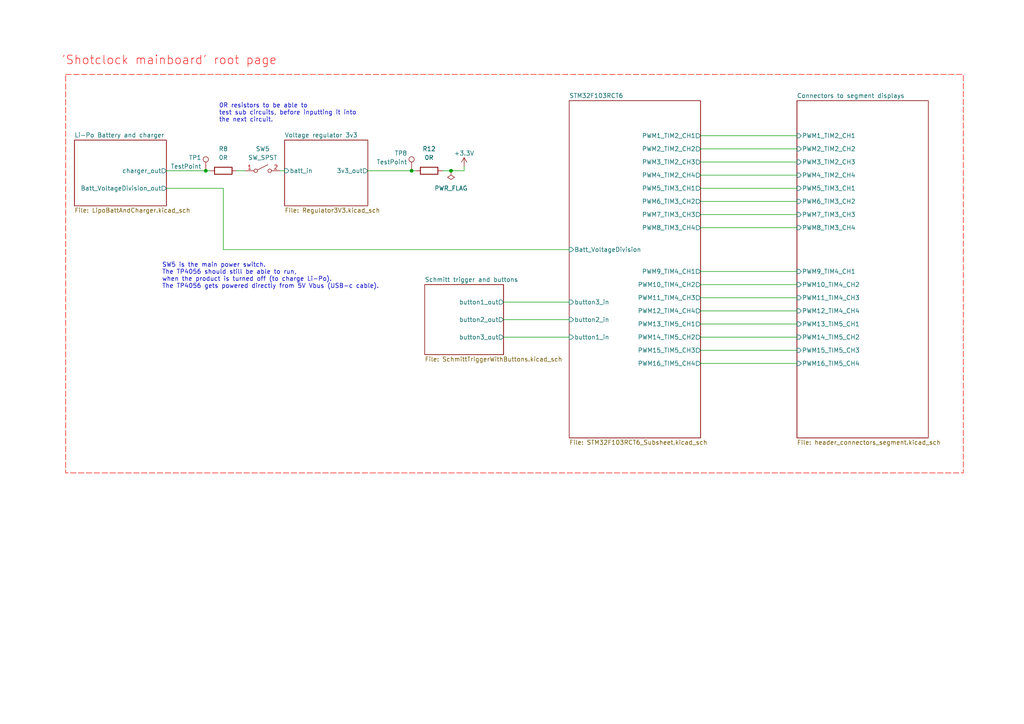
<source format=kicad_sch>
(kicad_sch (version 20230121) (generator eeschema)
  (paper "A4")
  (title_block (title "Shotclock Mainboard") (date "2023-06-28") (rev "1") (comment 1 "Author: M. de Waard"))
  (lib_symbols
    (symbol "Connector:TestPoint" (pin_numbers hide) (pin_names (offset 0.762) hide)
      (property "Reference" "TP" (at 0 6.858 0))
      (property "Value" "TestPoint" (at 0 5.08 0))
      (symbol "TestPoint_0_1"
        (circle (center 0 3.302) (radius 0.762))
      )
      (symbol "TestPoint_1_1"
        (pin passive line (at 0 0 90) (length 2.54) (name "1") (number "1"))
      )
    )
    (symbol "Device:R" (pin_numbers hide) (pin_names (offset 0))
      (property "Reference" "R" (at 2.032 0 90))
      (property "Value" "R" (at 0 0 90))
      (symbol "R_0_1"
        (rectangle (start -1.016 -2.54) (end 1.016 2.54) (stroke (width 0.254)))
      )
      (symbol "R_1_1"
        (pin passive line (at 0 3.81 270) (length 1.27) (name "~") (number "1"))
        (pin passive line (at 0 -3.81 90) (length 1.27) (name "~") (number "2"))
      )
    )
    (symbol "Switch:SW_SPST" (pin_names (offset 0) hide)
      (property "Reference" "SW" (at 0 3.175 0))
      (property "Value" "SW_SPST" (at 0 -2.54 0))
      (symbol "SW_SPST_0_0"
        (circle (center -2.032 0) (radius 0.508))
        (polyline (pts (xy -1.524 0.254) (xy 1.524 1.778)))
        (circle (center 2.032 0) (radius 0.508))
      )
      (symbol "SW_SPST_1_1"
        (pin passive line (at -5.08 0 0) (length 2.54) (name "A") (number "1"))
        (pin passive line (at 5.08 0 180) (length 2.54) (name "B") (number "2"))
      )
    )
    (symbol "power:+3.3V" (power) (pin_names (offset 0))
      (property "Value" "+3.3V" (at 0 3.556 0))
      (symbol "+3.3V_0_1"
        (polyline (pts (xy -0.762 1.27) (xy 0 2.54)))
        (polyline (pts (xy 0 0) (xy 0 2.54)))
        (polyline (pts (xy 0 2.54) (xy 0.762 1.27)))
      )
      (symbol "+3.3V_1_1"
        (pin power_in line (at 0 0 90) (length 0) hide (name "+3.3V") (number "1"))
      )
    )
    (symbol "power:PWR_FLAG" (power) (pin_numbers hide) (pin_names (offset 0) hide)
      (property "Value" "PWR_FLAG" (at 0 3.81 0))
      (symbol "PWR_FLAG_0_0"
        (pin power_out line (at 0 0 90) (length 0) (name "pwr") (number "1"))
      )
      (symbol "PWR_FLAG_0_1"
        (polyline (pts (xy 0 0) (xy 0 1.27) (xy -1.016 1.905) (xy 0 2.54) (xy 1.016 1.905) (xy 0 1.27)))
      )
    )
  )
  (junction (at 59.69 49.53))
  (junction (at 130.81 49.53))
  (junction (at 119.38 49.53))
  (wire (pts (xy 203.2 50.8) (xy 231.14 50.8)))
  (wire (pts (xy 203.2 82.55) (xy 231.14 82.55)))
  (wire (pts (xy 203.2 97.79) (xy 231.14 97.79)))
  (wire (pts (xy 119.38 49.53) (xy 120.65 49.53)))
  (wire (pts (xy 203.2 101.6) (xy 231.14 101.6)))
  (wire (pts (xy 203.2 105.41) (xy 231.14 105.41)))
  (wire (pts (xy 203.2 58.42) (xy 231.14 58.42)))
  (wire (pts (xy 146.05 92.71) (xy 165.1 92.71)))
  (wire (pts (xy 203.2 43.18) (xy 231.14 43.18)))
  (wire (pts (xy 81.28 49.53) (xy 82.55 49.53)))
  (wire (pts (xy 203.2 66.04) (xy 231.14 66.04)))
  (wire (pts (xy 48.26 49.53) (xy 59.69 49.53)))
  (wire (pts (xy 203.2 86.36) (xy 231.14 86.36)))
  (wire (pts (xy 146.05 87.63) (xy 165.1 87.63)))
  (wire (pts (xy 106.68 49.53) (xy 119.38 49.53)))
  (wire (pts (xy 68.58 49.53) (xy 71.12 49.53)))
  (wire (pts (xy 64.77 72.39) (xy 165.1 72.39)))
  (wire (pts (xy 146.05 97.79) (xy 165.1 97.79)))
  (wire (pts (xy 203.2 54.61) (xy 231.14 54.61)))
  (wire (pts (xy 203.2 62.23) (xy 231.14 62.23)))
  (wire (pts (xy 134.62 49.53) (xy 134.62 48.26)))
  (wire (pts (xy 203.2 46.99) (xy 231.14 46.99)))
  (wire (pts (xy 59.69 49.53) (xy 60.96 49.53)))
  (wire (pts (xy 48.26 54.61) (xy 64.77 54.61)))
  (wire (pts (xy 128.27 49.53) (xy 130.81 49.53)))
  (wire (pts (xy 203.2 39.37) (xy 231.14 39.37)))
  (wire (pts (xy 64.77 54.61) (xy 64.77 72.39)))
  (wire (pts (xy 203.2 93.98) (xy 231.14 93.98)))
  (wire (pts (xy 203.2 78.74) (xy 231.14 78.74)))
  (wire (pts (xy 130.81 49.53) (xy 134.62 49.53)))
  (wire (pts (xy 203.2 90.17) (xy 231.14 90.17)))
  (rectangle (start 19.05 21.59) (end 279.4 137.16) (stroke (width 0) (type dash) (color 255 0 0 1)))
  (text "0R resistors to be able to \ntest sub circuits, before inputting it into\nthe next circuit." (at 63.5 35.56 0) (effects (font (size 1.27 1.27)) (justify left bottom)))
  (text "'Shotclock mainboard' root page" (at 17.78 19.05 0) (effects (font (size 2.5 2.5)) (justify left bottom)))
  (text "SW5 is the main power switch.\nThe TP4056 should still be able to run, \nwhen the product is turned off (to charge Li-Po).\nThe TP4056 gets powered directly from 5V Vbus (USB-c cable)." (at 46.99 83.82 0) (effects (font (size 1.27 1.27)) (justify left bottom)))
  (symbol (lib_id "Switch:SW_SPST") (at 76.2 49.53 0) (unit 1)
    (property "Reference" "SW5" (at 76.2 43.18 0))
    (property "Value" "SW_SPST" (at 76.2 45.72 0))
    (property "Footprint" "Button_Switch_SMD:SW_SPDT_PCM12" (effects hide))
  )
  (symbol (lib_id "Device:R") (at 64.77 49.53 90) (unit 1)
    (property "Reference" "R8" (at 64.77 43.18 90))
    (property "Value" "0R" (at 64.77 45.72 90))
    (property "Footprint" "Resistor_SMD:R_0603_1608Metric" (effects hide))
  )
  (symbol (lib_id "Connector:TestPoint") (at 119.38 49.53 0) (mirror y) (unit 1)
    (property "Reference" "TP8" (at 118.11 44.45 0) (effects (justify left)))
    (property "Value" "TestPoint" (at 118.11 46.99 0) (effects (justify left)))
    (property "Footprint" "TestPoint:TestPoint_Pad_D2.5mm" (effects hide))
  )
  (symbol (lib_id "Device:R") (at 124.46 49.53 90) (unit 1)
    (property "Reference" "R12" (at 124.46 43.18 90))
    (property "Value" "0R" (at 124.46 45.72 90))
    (property "Footprint" "Resistor_SMD:R_0603_1608Metric" (effects hide))
  )
  (symbol (lib_id "power:PWR_FLAG") (at 130.81 49.53 180) (unit 1)
    (property "Reference" "#FLG03" (effects hide))
    (property "Value" "PWR_FLAG" (at 130.81 54.61 0))
  )
  (symbol (lib_id "power:+3.3V") (at 134.62 48.26 0) (unit 1)
    (property "Reference" "#PWR033" (effects hide))
    (property "Value" "+3.3V" (at 134.62 44.45 0))
  )
  (symbol (lib_id "Connector:TestPoint") (at 59.69 49.53 0) (mirror y) (unit 1)
    (property "Reference" "TP1" (at 58.42 45.72 0) (effects (justify left)))
    (property "Value" "TestPoint" (at 58.42 48.26 0) (effects (justify left)))
    (property "Footprint" "TestPoint:TestPoint_Pad_D2.5mm" (effects hide))
  )
  (sheet (at 82.55 40.64) (size 24.13 19.05) (stroke (width 0.1524))
    (property "Sheetname" "Voltage regulator 3v3" (at 82.55 39.9284 0) (effects (justify left bottom)))
    (property "Sheetfile" "Regulator3V3.kicad_sch" (at 82.55 60.2746 0) (effects (justify left top)))
    (pin "batt_in" input (at 82.55 49.53 180))
    (pin "3v3_out" output (at 106.68 49.53 0))
  )
  (sheet (at 123.19 82.55) (size 22.86 20.32) (stroke (width 0.1524))
    (property "Sheetname" "Schmitt trigger and buttons" (at 123.19 81.8384 0) (effects (justify left bottom)))
    (property "Sheetfile" "SchmittTriggerWithButtons.kicad_sch" (at 123.19 103.4546 0) (effects (justify left top)))
    (pin "button1_out" output (at 146.05 87.63 0))
    (pin "button2_out" output (at 146.05 92.71 0))
    (pin "button3_out" output (at 146.05 97.79 0))
  )
  (sheet (at 21.59 40.64) (size 26.67 19.05) (stroke (width 0.1524))
    (property "Sheetname" "Li-Po Battery and charger" (at 21.59 39.9284 0) (effects (justify left bottom)))
    (property "Sheetfile" "LipoBattAndCharger.kicad_sch" (at 21.59 60.2746 0) (effects (justify left top)))
    (pin "charger_out" output (at 48.26 49.53 0))
    (pin "Batt_VoltageDivision_out" output (at 48.26 54.61 0))
  )
  (sheet (at 165.1 29.21) (size 38.1 97.79) (stroke (width 0.1524))
    (property "Sheetname" "STM32F103RCT6" (at 165.1 28.4984 0) (effects (justify left bottom)))
    (property "Sheetfile" "STM32F103RCT6_Subsheet.kicad_sch" (at 165.1 127.5846 0) (effects (justify left top)))
    (pin "button3_in" input (at 165.1 87.63 180))
    (pin "button2_in" input (at 165.1 92.71 180))
    (pin "button1_in" input (at 165.1 97.79 180))
    (pin "PWM16_TIM5_CH4" output (at 203.2 105.41 0))
    (pin "PWM15_TIM5_CH3" output (at 203.2 101.6 0))
    (pin "PWM13_TIM5_CH1" output (at 203.2 93.98 0))
    (pin "PWM14_TIM5_CH2" output (at 203.2 97.79 0))
    (pin "PWM8_TIM3_CH4" output (at 203.2 66.04 0))
    (pin "PWM7_TIM3_CH3" output (at 203.2 62.23 0))
    (pin "PWM5_TIM3_CH1" output (at 203.2 54.61 0))
    (pin "PWM6_TIM3_CH2" output (at 203.2 58.42 0))
    (pin "PWM1_TIM2_CH1" output (at 203.2 39.37 0))
    (pin "PWM4_TIM2_CH4" output (at 203.2 50.8 0))
    (pin "PWM12_TIM4_CH4" output (at 203.2 90.17 0))
    (pin "PWM2_TIM2_CH2" output (at 203.2 43.18 0))
    (pin "PWM10_TIM4_CH2" output (at 203.2 82.55 0))
    (pin "PWM9_TIM4_CH1" output (at 203.2 78.74 0))
    (pin "PWM11_TIM4_CH3" output (at 203.2 86.36 0))
    (pin "PWM3_TIM2_CH3" output (at 203.2 46.99 0))
    (pin "Batt_VoltageDivision" input (at 165.1 72.39 180))
  )
  (sheet (at 231.14 29.21) (size 38.1 97.79) (stroke (width 0.1524))
    (property "Sheetname" "Connectors to segment displays" (at 231.14 28.4984 0) (effects (justify left bottom)))
    (property "Sheetfile" "header_connectors_segment.kicad_sch" (at 231.14 127.5846 0) (effects (justify left top)))
    (pin "PWM16_TIM5_CH4" input (at 231.14 105.41 180))
    (pin "PWM11_TIM4_CH3" input (at 231.14 86.36 180))
    (pin "PWM13_TIM5_CH1" input (at 231.14 93.98 180))
    (pin "PWM15_TIM5_CH3" input (at 231.14 101.6 180))
    (pin "PWM12_TIM4_CH4" input (at 231.14 90.17 180))
    (pin "PWM14_TIM5_CH2" input (at 231.14 97.79 180))
    (pin "PWM2_TIM2_CH2" input (at 231.14 43.18 180))
    (pin "PWM3_TIM2_CH3" input (at 231.14 46.99 180))
    (pin "PWM1_TIM2_CH1" input (at 231.14 39.37 180))
    (pin "PWM10_TIM4_CH2" input (at 231.14 82.55 180))
    (pin "PWM5_TIM3_CH1" input (at 231.14 54.61 180))
    (pin "PWM6_TIM3_CH2" input (at 231.14 58.42 180))
    (pin "PWM4_TIM2_CH4" input (at 231.14 50.8 180))
    (pin "PWM9_TIM4_CH1" input (at 231.14 78.74 180))
    (pin "PWM7_TIM3_CH3" input (at 231.14 62.23 180))
    (pin "PWM8_TIM3_CH4" input (at 231.14 66.04 180))
  )
)
</source>
